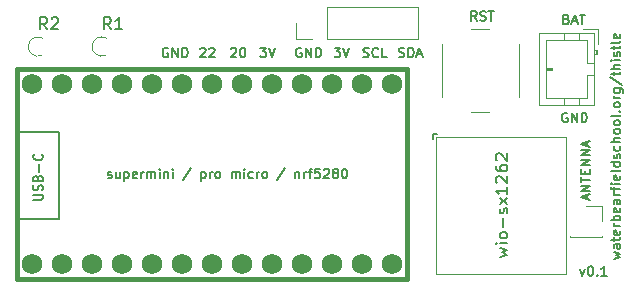
<source format=gbr>
%TF.GenerationSoftware,KiCad,Pcbnew,8.0.6-8.0.6-0~ubuntu24.04.1*%
%TF.CreationDate,2025-04-10T23:09:08-04:00*%
%TF.ProjectId,super-mini-mesh-kicad,73757065-722d-46d6-996e-692d6d657368,rev?*%
%TF.SameCoordinates,Original*%
%TF.FileFunction,Legend,Top*%
%TF.FilePolarity,Positive*%
%FSLAX46Y46*%
G04 Gerber Fmt 4.6, Leading zero omitted, Abs format (unit mm)*
G04 Created by KiCad (PCBNEW 8.0.6-8.0.6-0~ubuntu24.04.1) date 2025-04-10 23:09:08*
%MOMM*%
%LPD*%
G01*
G04 APERTURE LIST*
%ADD10C,0.150000*%
%ADD11C,0.120000*%
%ADD12C,0.381000*%
%ADD13C,0.200000*%
%ADD14C,0.127000*%
%ADD15C,1.752600*%
G04 APERTURE END LIST*
D10*
X106208207Y-33132390D02*
X106132017Y-33094295D01*
X106132017Y-33094295D02*
X106017731Y-33094295D01*
X106017731Y-33094295D02*
X105903445Y-33132390D01*
X105903445Y-33132390D02*
X105827255Y-33208580D01*
X105827255Y-33208580D02*
X105789160Y-33284771D01*
X105789160Y-33284771D02*
X105751064Y-33437152D01*
X105751064Y-33437152D02*
X105751064Y-33551438D01*
X105751064Y-33551438D02*
X105789160Y-33703819D01*
X105789160Y-33703819D02*
X105827255Y-33780009D01*
X105827255Y-33780009D02*
X105903445Y-33856200D01*
X105903445Y-33856200D02*
X106017731Y-33894295D01*
X106017731Y-33894295D02*
X106093922Y-33894295D01*
X106093922Y-33894295D02*
X106208207Y-33856200D01*
X106208207Y-33856200D02*
X106246303Y-33818104D01*
X106246303Y-33818104D02*
X106246303Y-33551438D01*
X106246303Y-33551438D02*
X106093922Y-33551438D01*
X106589160Y-33894295D02*
X106589160Y-33094295D01*
X106589160Y-33094295D02*
X107046303Y-33894295D01*
X107046303Y-33894295D02*
X107046303Y-33094295D01*
X107427255Y-33894295D02*
X107427255Y-33094295D01*
X107427255Y-33094295D02*
X107617731Y-33094295D01*
X107617731Y-33094295D02*
X107732017Y-33132390D01*
X107732017Y-33132390D02*
X107808207Y-33208580D01*
X107808207Y-33208580D02*
X107846302Y-33284771D01*
X107846302Y-33284771D02*
X107884398Y-33437152D01*
X107884398Y-33437152D02*
X107884398Y-33551438D01*
X107884398Y-33551438D02*
X107846302Y-33703819D01*
X107846302Y-33703819D02*
X107808207Y-33780009D01*
X107808207Y-33780009D02*
X107732017Y-33856200D01*
X107732017Y-33856200D02*
X107617731Y-33894295D01*
X107617731Y-33894295D02*
X107427255Y-33894295D01*
X88951064Y-28356200D02*
X89065350Y-28394295D01*
X89065350Y-28394295D02*
X89255826Y-28394295D01*
X89255826Y-28394295D02*
X89332017Y-28356200D01*
X89332017Y-28356200D02*
X89370112Y-28318104D01*
X89370112Y-28318104D02*
X89408207Y-28241914D01*
X89408207Y-28241914D02*
X89408207Y-28165723D01*
X89408207Y-28165723D02*
X89370112Y-28089533D01*
X89370112Y-28089533D02*
X89332017Y-28051438D01*
X89332017Y-28051438D02*
X89255826Y-28013342D01*
X89255826Y-28013342D02*
X89103445Y-27975247D01*
X89103445Y-27975247D02*
X89027255Y-27937152D01*
X89027255Y-27937152D02*
X88989160Y-27899057D01*
X88989160Y-27899057D02*
X88951064Y-27822866D01*
X88951064Y-27822866D02*
X88951064Y-27746676D01*
X88951064Y-27746676D02*
X88989160Y-27670485D01*
X88989160Y-27670485D02*
X89027255Y-27632390D01*
X89027255Y-27632390D02*
X89103445Y-27594295D01*
X89103445Y-27594295D02*
X89293922Y-27594295D01*
X89293922Y-27594295D02*
X89408207Y-27632390D01*
X90208208Y-28318104D02*
X90170112Y-28356200D01*
X90170112Y-28356200D02*
X90055827Y-28394295D01*
X90055827Y-28394295D02*
X89979636Y-28394295D01*
X89979636Y-28394295D02*
X89865350Y-28356200D01*
X89865350Y-28356200D02*
X89789160Y-28280009D01*
X89789160Y-28280009D02*
X89751065Y-28203819D01*
X89751065Y-28203819D02*
X89712969Y-28051438D01*
X89712969Y-28051438D02*
X89712969Y-27937152D01*
X89712969Y-27937152D02*
X89751065Y-27784771D01*
X89751065Y-27784771D02*
X89789160Y-27708580D01*
X89789160Y-27708580D02*
X89865350Y-27632390D01*
X89865350Y-27632390D02*
X89979636Y-27594295D01*
X89979636Y-27594295D02*
X90055827Y-27594295D01*
X90055827Y-27594295D02*
X90170112Y-27632390D01*
X90170112Y-27632390D02*
X90208208Y-27670485D01*
X90932017Y-28394295D02*
X90551065Y-28394295D01*
X90551065Y-28394295D02*
X90551065Y-27594295D01*
X80212969Y-27594295D02*
X80708207Y-27594295D01*
X80708207Y-27594295D02*
X80441541Y-27899057D01*
X80441541Y-27899057D02*
X80555826Y-27899057D01*
X80555826Y-27899057D02*
X80632017Y-27937152D01*
X80632017Y-27937152D02*
X80670112Y-27975247D01*
X80670112Y-27975247D02*
X80708207Y-28051438D01*
X80708207Y-28051438D02*
X80708207Y-28241914D01*
X80708207Y-28241914D02*
X80670112Y-28318104D01*
X80670112Y-28318104D02*
X80632017Y-28356200D01*
X80632017Y-28356200D02*
X80555826Y-28394295D01*
X80555826Y-28394295D02*
X80327255Y-28394295D01*
X80327255Y-28394295D02*
X80251064Y-28356200D01*
X80251064Y-28356200D02*
X80212969Y-28318104D01*
X80936779Y-27594295D02*
X81203446Y-28394295D01*
X81203446Y-28394295D02*
X81470112Y-27594295D01*
X91951064Y-28356200D02*
X92065350Y-28394295D01*
X92065350Y-28394295D02*
X92255826Y-28394295D01*
X92255826Y-28394295D02*
X92332017Y-28356200D01*
X92332017Y-28356200D02*
X92370112Y-28318104D01*
X92370112Y-28318104D02*
X92408207Y-28241914D01*
X92408207Y-28241914D02*
X92408207Y-28165723D01*
X92408207Y-28165723D02*
X92370112Y-28089533D01*
X92370112Y-28089533D02*
X92332017Y-28051438D01*
X92332017Y-28051438D02*
X92255826Y-28013342D01*
X92255826Y-28013342D02*
X92103445Y-27975247D01*
X92103445Y-27975247D02*
X92027255Y-27937152D01*
X92027255Y-27937152D02*
X91989160Y-27899057D01*
X91989160Y-27899057D02*
X91951064Y-27822866D01*
X91951064Y-27822866D02*
X91951064Y-27746676D01*
X91951064Y-27746676D02*
X91989160Y-27670485D01*
X91989160Y-27670485D02*
X92027255Y-27632390D01*
X92027255Y-27632390D02*
X92103445Y-27594295D01*
X92103445Y-27594295D02*
X92293922Y-27594295D01*
X92293922Y-27594295D02*
X92408207Y-27632390D01*
X92751065Y-28394295D02*
X92751065Y-27594295D01*
X92751065Y-27594295D02*
X92941541Y-27594295D01*
X92941541Y-27594295D02*
X93055827Y-27632390D01*
X93055827Y-27632390D02*
X93132017Y-27708580D01*
X93132017Y-27708580D02*
X93170112Y-27784771D01*
X93170112Y-27784771D02*
X93208208Y-27937152D01*
X93208208Y-27937152D02*
X93208208Y-28051438D01*
X93208208Y-28051438D02*
X93170112Y-28203819D01*
X93170112Y-28203819D02*
X93132017Y-28280009D01*
X93132017Y-28280009D02*
X93055827Y-28356200D01*
X93055827Y-28356200D02*
X92941541Y-28394295D01*
X92941541Y-28394295D02*
X92751065Y-28394295D01*
X93512969Y-28165723D02*
X93893922Y-28165723D01*
X93436779Y-28394295D02*
X93703446Y-27594295D01*
X93703446Y-27594295D02*
X93970112Y-28394295D01*
X98546303Y-25294295D02*
X98279636Y-24913342D01*
X98089160Y-25294295D02*
X98089160Y-24494295D01*
X98089160Y-24494295D02*
X98393922Y-24494295D01*
X98393922Y-24494295D02*
X98470112Y-24532390D01*
X98470112Y-24532390D02*
X98508207Y-24570485D01*
X98508207Y-24570485D02*
X98546303Y-24646676D01*
X98546303Y-24646676D02*
X98546303Y-24760961D01*
X98546303Y-24760961D02*
X98508207Y-24837152D01*
X98508207Y-24837152D02*
X98470112Y-24875247D01*
X98470112Y-24875247D02*
X98393922Y-24913342D01*
X98393922Y-24913342D02*
X98089160Y-24913342D01*
X98851064Y-25256200D02*
X98965350Y-25294295D01*
X98965350Y-25294295D02*
X99155826Y-25294295D01*
X99155826Y-25294295D02*
X99232017Y-25256200D01*
X99232017Y-25256200D02*
X99270112Y-25218104D01*
X99270112Y-25218104D02*
X99308207Y-25141914D01*
X99308207Y-25141914D02*
X99308207Y-25065723D01*
X99308207Y-25065723D02*
X99270112Y-24989533D01*
X99270112Y-24989533D02*
X99232017Y-24951438D01*
X99232017Y-24951438D02*
X99155826Y-24913342D01*
X99155826Y-24913342D02*
X99003445Y-24875247D01*
X99003445Y-24875247D02*
X98927255Y-24837152D01*
X98927255Y-24837152D02*
X98889160Y-24799057D01*
X98889160Y-24799057D02*
X98851064Y-24722866D01*
X98851064Y-24722866D02*
X98851064Y-24646676D01*
X98851064Y-24646676D02*
X98889160Y-24570485D01*
X98889160Y-24570485D02*
X98927255Y-24532390D01*
X98927255Y-24532390D02*
X99003445Y-24494295D01*
X99003445Y-24494295D02*
X99193922Y-24494295D01*
X99193922Y-24494295D02*
X99308207Y-24532390D01*
X99536779Y-24494295D02*
X99993922Y-24494295D01*
X99765350Y-25294295D02*
X99765350Y-24494295D01*
X110160961Y-45487030D02*
X110694295Y-45334649D01*
X110694295Y-45334649D02*
X110313342Y-45182268D01*
X110313342Y-45182268D02*
X110694295Y-45029887D01*
X110694295Y-45029887D02*
X110160961Y-44877506D01*
X110694295Y-44229887D02*
X110275247Y-44229887D01*
X110275247Y-44229887D02*
X110199057Y-44267982D01*
X110199057Y-44267982D02*
X110160961Y-44344173D01*
X110160961Y-44344173D02*
X110160961Y-44496554D01*
X110160961Y-44496554D02*
X110199057Y-44572744D01*
X110656200Y-44229887D02*
X110694295Y-44306078D01*
X110694295Y-44306078D02*
X110694295Y-44496554D01*
X110694295Y-44496554D02*
X110656200Y-44572744D01*
X110656200Y-44572744D02*
X110580009Y-44610840D01*
X110580009Y-44610840D02*
X110503819Y-44610840D01*
X110503819Y-44610840D02*
X110427628Y-44572744D01*
X110427628Y-44572744D02*
X110389533Y-44496554D01*
X110389533Y-44496554D02*
X110389533Y-44306078D01*
X110389533Y-44306078D02*
X110351438Y-44229887D01*
X110160961Y-43963220D02*
X110160961Y-43658458D01*
X109894295Y-43848934D02*
X110580009Y-43848934D01*
X110580009Y-43848934D02*
X110656200Y-43810839D01*
X110656200Y-43810839D02*
X110694295Y-43734649D01*
X110694295Y-43734649D02*
X110694295Y-43658458D01*
X110656200Y-43087029D02*
X110694295Y-43163220D01*
X110694295Y-43163220D02*
X110694295Y-43315601D01*
X110694295Y-43315601D02*
X110656200Y-43391791D01*
X110656200Y-43391791D02*
X110580009Y-43429887D01*
X110580009Y-43429887D02*
X110275247Y-43429887D01*
X110275247Y-43429887D02*
X110199057Y-43391791D01*
X110199057Y-43391791D02*
X110160961Y-43315601D01*
X110160961Y-43315601D02*
X110160961Y-43163220D01*
X110160961Y-43163220D02*
X110199057Y-43087029D01*
X110199057Y-43087029D02*
X110275247Y-43048934D01*
X110275247Y-43048934D02*
X110351438Y-43048934D01*
X110351438Y-43048934D02*
X110427628Y-43429887D01*
X110694295Y-42706077D02*
X110160961Y-42706077D01*
X110313342Y-42706077D02*
X110237152Y-42667982D01*
X110237152Y-42667982D02*
X110199057Y-42629887D01*
X110199057Y-42629887D02*
X110160961Y-42553696D01*
X110160961Y-42553696D02*
X110160961Y-42477506D01*
X110694295Y-42210839D02*
X109894295Y-42210839D01*
X110199057Y-42210839D02*
X110160961Y-42134649D01*
X110160961Y-42134649D02*
X110160961Y-41982268D01*
X110160961Y-41982268D02*
X110199057Y-41906077D01*
X110199057Y-41906077D02*
X110237152Y-41867982D01*
X110237152Y-41867982D02*
X110313342Y-41829887D01*
X110313342Y-41829887D02*
X110541914Y-41829887D01*
X110541914Y-41829887D02*
X110618104Y-41867982D01*
X110618104Y-41867982D02*
X110656200Y-41906077D01*
X110656200Y-41906077D02*
X110694295Y-41982268D01*
X110694295Y-41982268D02*
X110694295Y-42134649D01*
X110694295Y-42134649D02*
X110656200Y-42210839D01*
X110656200Y-41182267D02*
X110694295Y-41258458D01*
X110694295Y-41258458D02*
X110694295Y-41410839D01*
X110694295Y-41410839D02*
X110656200Y-41487029D01*
X110656200Y-41487029D02*
X110580009Y-41525125D01*
X110580009Y-41525125D02*
X110275247Y-41525125D01*
X110275247Y-41525125D02*
X110199057Y-41487029D01*
X110199057Y-41487029D02*
X110160961Y-41410839D01*
X110160961Y-41410839D02*
X110160961Y-41258458D01*
X110160961Y-41258458D02*
X110199057Y-41182267D01*
X110199057Y-41182267D02*
X110275247Y-41144172D01*
X110275247Y-41144172D02*
X110351438Y-41144172D01*
X110351438Y-41144172D02*
X110427628Y-41525125D01*
X110694295Y-40458458D02*
X110275247Y-40458458D01*
X110275247Y-40458458D02*
X110199057Y-40496553D01*
X110199057Y-40496553D02*
X110160961Y-40572744D01*
X110160961Y-40572744D02*
X110160961Y-40725125D01*
X110160961Y-40725125D02*
X110199057Y-40801315D01*
X110656200Y-40458458D02*
X110694295Y-40534649D01*
X110694295Y-40534649D02*
X110694295Y-40725125D01*
X110694295Y-40725125D02*
X110656200Y-40801315D01*
X110656200Y-40801315D02*
X110580009Y-40839411D01*
X110580009Y-40839411D02*
X110503819Y-40839411D01*
X110503819Y-40839411D02*
X110427628Y-40801315D01*
X110427628Y-40801315D02*
X110389533Y-40725125D01*
X110389533Y-40725125D02*
X110389533Y-40534649D01*
X110389533Y-40534649D02*
X110351438Y-40458458D01*
X110694295Y-40077505D02*
X110160961Y-40077505D01*
X110313342Y-40077505D02*
X110237152Y-40039410D01*
X110237152Y-40039410D02*
X110199057Y-40001315D01*
X110199057Y-40001315D02*
X110160961Y-39925124D01*
X110160961Y-39925124D02*
X110160961Y-39848934D01*
X110160961Y-39696553D02*
X110160961Y-39391791D01*
X110694295Y-39582267D02*
X110008580Y-39582267D01*
X110008580Y-39582267D02*
X109932390Y-39544172D01*
X109932390Y-39544172D02*
X109894295Y-39467982D01*
X109894295Y-39467982D02*
X109894295Y-39391791D01*
X110694295Y-39125124D02*
X110160961Y-39125124D01*
X109894295Y-39125124D02*
X109932390Y-39163220D01*
X109932390Y-39163220D02*
X109970485Y-39125124D01*
X109970485Y-39125124D02*
X109932390Y-39087029D01*
X109932390Y-39087029D02*
X109894295Y-39125124D01*
X109894295Y-39125124D02*
X109970485Y-39125124D01*
X110656200Y-38439410D02*
X110694295Y-38515601D01*
X110694295Y-38515601D02*
X110694295Y-38667982D01*
X110694295Y-38667982D02*
X110656200Y-38744172D01*
X110656200Y-38744172D02*
X110580009Y-38782268D01*
X110580009Y-38782268D02*
X110275247Y-38782268D01*
X110275247Y-38782268D02*
X110199057Y-38744172D01*
X110199057Y-38744172D02*
X110160961Y-38667982D01*
X110160961Y-38667982D02*
X110160961Y-38515601D01*
X110160961Y-38515601D02*
X110199057Y-38439410D01*
X110199057Y-38439410D02*
X110275247Y-38401315D01*
X110275247Y-38401315D02*
X110351438Y-38401315D01*
X110351438Y-38401315D02*
X110427628Y-38782268D01*
X110694295Y-37944173D02*
X110656200Y-38020363D01*
X110656200Y-38020363D02*
X110580009Y-38058458D01*
X110580009Y-38058458D02*
X109894295Y-38058458D01*
X110694295Y-37296553D02*
X109894295Y-37296553D01*
X110656200Y-37296553D02*
X110694295Y-37372744D01*
X110694295Y-37372744D02*
X110694295Y-37525125D01*
X110694295Y-37525125D02*
X110656200Y-37601315D01*
X110656200Y-37601315D02*
X110618104Y-37639410D01*
X110618104Y-37639410D02*
X110541914Y-37677506D01*
X110541914Y-37677506D02*
X110313342Y-37677506D01*
X110313342Y-37677506D02*
X110237152Y-37639410D01*
X110237152Y-37639410D02*
X110199057Y-37601315D01*
X110199057Y-37601315D02*
X110160961Y-37525125D01*
X110160961Y-37525125D02*
X110160961Y-37372744D01*
X110160961Y-37372744D02*
X110199057Y-37296553D01*
X110656200Y-36953696D02*
X110694295Y-36877505D01*
X110694295Y-36877505D02*
X110694295Y-36725124D01*
X110694295Y-36725124D02*
X110656200Y-36648934D01*
X110656200Y-36648934D02*
X110580009Y-36610838D01*
X110580009Y-36610838D02*
X110541914Y-36610838D01*
X110541914Y-36610838D02*
X110465723Y-36648934D01*
X110465723Y-36648934D02*
X110427628Y-36725124D01*
X110427628Y-36725124D02*
X110427628Y-36839410D01*
X110427628Y-36839410D02*
X110389533Y-36915600D01*
X110389533Y-36915600D02*
X110313342Y-36953696D01*
X110313342Y-36953696D02*
X110275247Y-36953696D01*
X110275247Y-36953696D02*
X110199057Y-36915600D01*
X110199057Y-36915600D02*
X110160961Y-36839410D01*
X110160961Y-36839410D02*
X110160961Y-36725124D01*
X110160961Y-36725124D02*
X110199057Y-36648934D01*
X110656200Y-35925124D02*
X110694295Y-36001315D01*
X110694295Y-36001315D02*
X110694295Y-36153696D01*
X110694295Y-36153696D02*
X110656200Y-36229886D01*
X110656200Y-36229886D02*
X110618104Y-36267981D01*
X110618104Y-36267981D02*
X110541914Y-36306077D01*
X110541914Y-36306077D02*
X110313342Y-36306077D01*
X110313342Y-36306077D02*
X110237152Y-36267981D01*
X110237152Y-36267981D02*
X110199057Y-36229886D01*
X110199057Y-36229886D02*
X110160961Y-36153696D01*
X110160961Y-36153696D02*
X110160961Y-36001315D01*
X110160961Y-36001315D02*
X110199057Y-35925124D01*
X110694295Y-35582267D02*
X109894295Y-35582267D01*
X110694295Y-35239410D02*
X110275247Y-35239410D01*
X110275247Y-35239410D02*
X110199057Y-35277505D01*
X110199057Y-35277505D02*
X110160961Y-35353696D01*
X110160961Y-35353696D02*
X110160961Y-35467982D01*
X110160961Y-35467982D02*
X110199057Y-35544172D01*
X110199057Y-35544172D02*
X110237152Y-35582267D01*
X110694295Y-34744172D02*
X110656200Y-34820362D01*
X110656200Y-34820362D02*
X110618104Y-34858457D01*
X110618104Y-34858457D02*
X110541914Y-34896553D01*
X110541914Y-34896553D02*
X110313342Y-34896553D01*
X110313342Y-34896553D02*
X110237152Y-34858457D01*
X110237152Y-34858457D02*
X110199057Y-34820362D01*
X110199057Y-34820362D02*
X110160961Y-34744172D01*
X110160961Y-34744172D02*
X110160961Y-34629886D01*
X110160961Y-34629886D02*
X110199057Y-34553695D01*
X110199057Y-34553695D02*
X110237152Y-34515600D01*
X110237152Y-34515600D02*
X110313342Y-34477505D01*
X110313342Y-34477505D02*
X110541914Y-34477505D01*
X110541914Y-34477505D02*
X110618104Y-34515600D01*
X110618104Y-34515600D02*
X110656200Y-34553695D01*
X110656200Y-34553695D02*
X110694295Y-34629886D01*
X110694295Y-34629886D02*
X110694295Y-34744172D01*
X110694295Y-34020362D02*
X110656200Y-34096552D01*
X110656200Y-34096552D02*
X110618104Y-34134647D01*
X110618104Y-34134647D02*
X110541914Y-34172743D01*
X110541914Y-34172743D02*
X110313342Y-34172743D01*
X110313342Y-34172743D02*
X110237152Y-34134647D01*
X110237152Y-34134647D02*
X110199057Y-34096552D01*
X110199057Y-34096552D02*
X110160961Y-34020362D01*
X110160961Y-34020362D02*
X110160961Y-33906076D01*
X110160961Y-33906076D02*
X110199057Y-33829885D01*
X110199057Y-33829885D02*
X110237152Y-33791790D01*
X110237152Y-33791790D02*
X110313342Y-33753695D01*
X110313342Y-33753695D02*
X110541914Y-33753695D01*
X110541914Y-33753695D02*
X110618104Y-33791790D01*
X110618104Y-33791790D02*
X110656200Y-33829885D01*
X110656200Y-33829885D02*
X110694295Y-33906076D01*
X110694295Y-33906076D02*
X110694295Y-34020362D01*
X110694295Y-33296552D02*
X110656200Y-33372742D01*
X110656200Y-33372742D02*
X110580009Y-33410837D01*
X110580009Y-33410837D02*
X109894295Y-33410837D01*
X110618104Y-32991789D02*
X110656200Y-32953694D01*
X110656200Y-32953694D02*
X110694295Y-32991789D01*
X110694295Y-32991789D02*
X110656200Y-33029885D01*
X110656200Y-33029885D02*
X110618104Y-32991789D01*
X110618104Y-32991789D02*
X110694295Y-32991789D01*
X110694295Y-32496552D02*
X110656200Y-32572742D01*
X110656200Y-32572742D02*
X110618104Y-32610837D01*
X110618104Y-32610837D02*
X110541914Y-32648933D01*
X110541914Y-32648933D02*
X110313342Y-32648933D01*
X110313342Y-32648933D02*
X110237152Y-32610837D01*
X110237152Y-32610837D02*
X110199057Y-32572742D01*
X110199057Y-32572742D02*
X110160961Y-32496552D01*
X110160961Y-32496552D02*
X110160961Y-32382266D01*
X110160961Y-32382266D02*
X110199057Y-32306075D01*
X110199057Y-32306075D02*
X110237152Y-32267980D01*
X110237152Y-32267980D02*
X110313342Y-32229885D01*
X110313342Y-32229885D02*
X110541914Y-32229885D01*
X110541914Y-32229885D02*
X110618104Y-32267980D01*
X110618104Y-32267980D02*
X110656200Y-32306075D01*
X110656200Y-32306075D02*
X110694295Y-32382266D01*
X110694295Y-32382266D02*
X110694295Y-32496552D01*
X110694295Y-31887027D02*
X110160961Y-31887027D01*
X110313342Y-31887027D02*
X110237152Y-31848932D01*
X110237152Y-31848932D02*
X110199057Y-31810837D01*
X110199057Y-31810837D02*
X110160961Y-31734646D01*
X110160961Y-31734646D02*
X110160961Y-31658456D01*
X110160961Y-31048932D02*
X110808580Y-31048932D01*
X110808580Y-31048932D02*
X110884771Y-31087027D01*
X110884771Y-31087027D02*
X110922866Y-31125123D01*
X110922866Y-31125123D02*
X110960961Y-31201313D01*
X110960961Y-31201313D02*
X110960961Y-31315599D01*
X110960961Y-31315599D02*
X110922866Y-31391789D01*
X110656200Y-31048932D02*
X110694295Y-31125123D01*
X110694295Y-31125123D02*
X110694295Y-31277504D01*
X110694295Y-31277504D02*
X110656200Y-31353694D01*
X110656200Y-31353694D02*
X110618104Y-31391789D01*
X110618104Y-31391789D02*
X110541914Y-31429885D01*
X110541914Y-31429885D02*
X110313342Y-31429885D01*
X110313342Y-31429885D02*
X110237152Y-31391789D01*
X110237152Y-31391789D02*
X110199057Y-31353694D01*
X110199057Y-31353694D02*
X110160961Y-31277504D01*
X110160961Y-31277504D02*
X110160961Y-31125123D01*
X110160961Y-31125123D02*
X110199057Y-31048932D01*
X109856200Y-30096551D02*
X110884771Y-30782265D01*
X110160961Y-29944170D02*
X110160961Y-29639408D01*
X109894295Y-29829884D02*
X110580009Y-29829884D01*
X110580009Y-29829884D02*
X110656200Y-29791789D01*
X110656200Y-29791789D02*
X110694295Y-29715599D01*
X110694295Y-29715599D02*
X110694295Y-29639408D01*
X110694295Y-29372741D02*
X109894295Y-29372741D01*
X110694295Y-29029884D02*
X110275247Y-29029884D01*
X110275247Y-29029884D02*
X110199057Y-29067979D01*
X110199057Y-29067979D02*
X110160961Y-29144170D01*
X110160961Y-29144170D02*
X110160961Y-29258456D01*
X110160961Y-29258456D02*
X110199057Y-29334646D01*
X110199057Y-29334646D02*
X110237152Y-29372741D01*
X110694295Y-28648931D02*
X110160961Y-28648931D01*
X109894295Y-28648931D02*
X109932390Y-28687027D01*
X109932390Y-28687027D02*
X109970485Y-28648931D01*
X109970485Y-28648931D02*
X109932390Y-28610836D01*
X109932390Y-28610836D02*
X109894295Y-28648931D01*
X109894295Y-28648931D02*
X109970485Y-28648931D01*
X110656200Y-28306075D02*
X110694295Y-28229884D01*
X110694295Y-28229884D02*
X110694295Y-28077503D01*
X110694295Y-28077503D02*
X110656200Y-28001313D01*
X110656200Y-28001313D02*
X110580009Y-27963217D01*
X110580009Y-27963217D02*
X110541914Y-27963217D01*
X110541914Y-27963217D02*
X110465723Y-28001313D01*
X110465723Y-28001313D02*
X110427628Y-28077503D01*
X110427628Y-28077503D02*
X110427628Y-28191789D01*
X110427628Y-28191789D02*
X110389533Y-28267979D01*
X110389533Y-28267979D02*
X110313342Y-28306075D01*
X110313342Y-28306075D02*
X110275247Y-28306075D01*
X110275247Y-28306075D02*
X110199057Y-28267979D01*
X110199057Y-28267979D02*
X110160961Y-28191789D01*
X110160961Y-28191789D02*
X110160961Y-28077503D01*
X110160961Y-28077503D02*
X110199057Y-28001313D01*
X110160961Y-27734646D02*
X110160961Y-27429884D01*
X109894295Y-27620360D02*
X110580009Y-27620360D01*
X110580009Y-27620360D02*
X110656200Y-27582265D01*
X110656200Y-27582265D02*
X110694295Y-27506075D01*
X110694295Y-27506075D02*
X110694295Y-27429884D01*
X110694295Y-27048932D02*
X110656200Y-27125122D01*
X110656200Y-27125122D02*
X110580009Y-27163217D01*
X110580009Y-27163217D02*
X109894295Y-27163217D01*
X110656200Y-26439407D02*
X110694295Y-26515598D01*
X110694295Y-26515598D02*
X110694295Y-26667979D01*
X110694295Y-26667979D02*
X110656200Y-26744169D01*
X110656200Y-26744169D02*
X110580009Y-26782265D01*
X110580009Y-26782265D02*
X110275247Y-26782265D01*
X110275247Y-26782265D02*
X110199057Y-26744169D01*
X110199057Y-26744169D02*
X110160961Y-26667979D01*
X110160961Y-26667979D02*
X110160961Y-26515598D01*
X110160961Y-26515598D02*
X110199057Y-26439407D01*
X110199057Y-26439407D02*
X110275247Y-26401312D01*
X110275247Y-26401312D02*
X110351438Y-26401312D01*
X110351438Y-26401312D02*
X110427628Y-26782265D01*
X106155826Y-25175247D02*
X106270112Y-25213342D01*
X106270112Y-25213342D02*
X106308207Y-25251438D01*
X106308207Y-25251438D02*
X106346303Y-25327628D01*
X106346303Y-25327628D02*
X106346303Y-25441914D01*
X106346303Y-25441914D02*
X106308207Y-25518104D01*
X106308207Y-25518104D02*
X106270112Y-25556200D01*
X106270112Y-25556200D02*
X106193922Y-25594295D01*
X106193922Y-25594295D02*
X105889160Y-25594295D01*
X105889160Y-25594295D02*
X105889160Y-24794295D01*
X105889160Y-24794295D02*
X106155826Y-24794295D01*
X106155826Y-24794295D02*
X106232017Y-24832390D01*
X106232017Y-24832390D02*
X106270112Y-24870485D01*
X106270112Y-24870485D02*
X106308207Y-24946676D01*
X106308207Y-24946676D02*
X106308207Y-25022866D01*
X106308207Y-25022866D02*
X106270112Y-25099057D01*
X106270112Y-25099057D02*
X106232017Y-25137152D01*
X106232017Y-25137152D02*
X106155826Y-25175247D01*
X106155826Y-25175247D02*
X105889160Y-25175247D01*
X106651064Y-25365723D02*
X107032017Y-25365723D01*
X106574874Y-25594295D02*
X106841541Y-24794295D01*
X106841541Y-24794295D02*
X107108207Y-25594295D01*
X107260588Y-24794295D02*
X107717731Y-24794295D01*
X107489159Y-25594295D02*
X107489159Y-24794295D01*
X75151064Y-27670485D02*
X75189160Y-27632390D01*
X75189160Y-27632390D02*
X75265350Y-27594295D01*
X75265350Y-27594295D02*
X75455826Y-27594295D01*
X75455826Y-27594295D02*
X75532017Y-27632390D01*
X75532017Y-27632390D02*
X75570112Y-27670485D01*
X75570112Y-27670485D02*
X75608207Y-27746676D01*
X75608207Y-27746676D02*
X75608207Y-27822866D01*
X75608207Y-27822866D02*
X75570112Y-27937152D01*
X75570112Y-27937152D02*
X75112969Y-28394295D01*
X75112969Y-28394295D02*
X75608207Y-28394295D01*
X75912969Y-27670485D02*
X75951065Y-27632390D01*
X75951065Y-27632390D02*
X76027255Y-27594295D01*
X76027255Y-27594295D02*
X76217731Y-27594295D01*
X76217731Y-27594295D02*
X76293922Y-27632390D01*
X76293922Y-27632390D02*
X76332017Y-27670485D01*
X76332017Y-27670485D02*
X76370112Y-27746676D01*
X76370112Y-27746676D02*
X76370112Y-27822866D01*
X76370112Y-27822866D02*
X76332017Y-27937152D01*
X76332017Y-27937152D02*
X75874874Y-28394295D01*
X75874874Y-28394295D02*
X76370112Y-28394295D01*
X72408207Y-27632390D02*
X72332017Y-27594295D01*
X72332017Y-27594295D02*
X72217731Y-27594295D01*
X72217731Y-27594295D02*
X72103445Y-27632390D01*
X72103445Y-27632390D02*
X72027255Y-27708580D01*
X72027255Y-27708580D02*
X71989160Y-27784771D01*
X71989160Y-27784771D02*
X71951064Y-27937152D01*
X71951064Y-27937152D02*
X71951064Y-28051438D01*
X71951064Y-28051438D02*
X71989160Y-28203819D01*
X71989160Y-28203819D02*
X72027255Y-28280009D01*
X72027255Y-28280009D02*
X72103445Y-28356200D01*
X72103445Y-28356200D02*
X72217731Y-28394295D01*
X72217731Y-28394295D02*
X72293922Y-28394295D01*
X72293922Y-28394295D02*
X72408207Y-28356200D01*
X72408207Y-28356200D02*
X72446303Y-28318104D01*
X72446303Y-28318104D02*
X72446303Y-28051438D01*
X72446303Y-28051438D02*
X72293922Y-28051438D01*
X72789160Y-28394295D02*
X72789160Y-27594295D01*
X72789160Y-27594295D02*
X73246303Y-28394295D01*
X73246303Y-28394295D02*
X73246303Y-27594295D01*
X73627255Y-28394295D02*
X73627255Y-27594295D01*
X73627255Y-27594295D02*
X73817731Y-27594295D01*
X73817731Y-27594295D02*
X73932017Y-27632390D01*
X73932017Y-27632390D02*
X74008207Y-27708580D01*
X74008207Y-27708580D02*
X74046302Y-27784771D01*
X74046302Y-27784771D02*
X74084398Y-27937152D01*
X74084398Y-27937152D02*
X74084398Y-28051438D01*
X74084398Y-28051438D02*
X74046302Y-28203819D01*
X74046302Y-28203819D02*
X74008207Y-28280009D01*
X74008207Y-28280009D02*
X73932017Y-28356200D01*
X73932017Y-28356200D02*
X73817731Y-28394295D01*
X73817731Y-28394295D02*
X73627255Y-28394295D01*
X77751064Y-27670485D02*
X77789160Y-27632390D01*
X77789160Y-27632390D02*
X77865350Y-27594295D01*
X77865350Y-27594295D02*
X78055826Y-27594295D01*
X78055826Y-27594295D02*
X78132017Y-27632390D01*
X78132017Y-27632390D02*
X78170112Y-27670485D01*
X78170112Y-27670485D02*
X78208207Y-27746676D01*
X78208207Y-27746676D02*
X78208207Y-27822866D01*
X78208207Y-27822866D02*
X78170112Y-27937152D01*
X78170112Y-27937152D02*
X77712969Y-28394295D01*
X77712969Y-28394295D02*
X78208207Y-28394295D01*
X78703446Y-27594295D02*
X78779636Y-27594295D01*
X78779636Y-27594295D02*
X78855827Y-27632390D01*
X78855827Y-27632390D02*
X78893922Y-27670485D01*
X78893922Y-27670485D02*
X78932017Y-27746676D01*
X78932017Y-27746676D02*
X78970112Y-27899057D01*
X78970112Y-27899057D02*
X78970112Y-28089533D01*
X78970112Y-28089533D02*
X78932017Y-28241914D01*
X78932017Y-28241914D02*
X78893922Y-28318104D01*
X78893922Y-28318104D02*
X78855827Y-28356200D01*
X78855827Y-28356200D02*
X78779636Y-28394295D01*
X78779636Y-28394295D02*
X78703446Y-28394295D01*
X78703446Y-28394295D02*
X78627255Y-28356200D01*
X78627255Y-28356200D02*
X78589160Y-28318104D01*
X78589160Y-28318104D02*
X78551065Y-28241914D01*
X78551065Y-28241914D02*
X78512969Y-28089533D01*
X78512969Y-28089533D02*
X78512969Y-27899057D01*
X78512969Y-27899057D02*
X78551065Y-27746676D01*
X78551065Y-27746676D02*
X78589160Y-27670485D01*
X78589160Y-27670485D02*
X78627255Y-27632390D01*
X78627255Y-27632390D02*
X78703446Y-27594295D01*
X107915723Y-40448935D02*
X107915723Y-40067982D01*
X108144295Y-40525125D02*
X107344295Y-40258458D01*
X107344295Y-40258458D02*
X108144295Y-39991792D01*
X108144295Y-39725125D02*
X107344295Y-39725125D01*
X107344295Y-39725125D02*
X108144295Y-39267982D01*
X108144295Y-39267982D02*
X107344295Y-39267982D01*
X107344295Y-39001316D02*
X107344295Y-38544173D01*
X108144295Y-38772745D02*
X107344295Y-38772745D01*
X107725247Y-38277506D02*
X107725247Y-38010840D01*
X108144295Y-37896554D02*
X108144295Y-38277506D01*
X108144295Y-38277506D02*
X107344295Y-38277506D01*
X107344295Y-38277506D02*
X107344295Y-37896554D01*
X108144295Y-37553696D02*
X107344295Y-37553696D01*
X107344295Y-37553696D02*
X108144295Y-37096553D01*
X108144295Y-37096553D02*
X107344295Y-37096553D01*
X108144295Y-36715601D02*
X107344295Y-36715601D01*
X107344295Y-36715601D02*
X108144295Y-36258458D01*
X108144295Y-36258458D02*
X107344295Y-36258458D01*
X107915723Y-35915602D02*
X107915723Y-35534649D01*
X108144295Y-35991792D02*
X107344295Y-35725125D01*
X107344295Y-35725125D02*
X108144295Y-35458459D01*
X86512969Y-27594295D02*
X87008207Y-27594295D01*
X87008207Y-27594295D02*
X86741541Y-27899057D01*
X86741541Y-27899057D02*
X86855826Y-27899057D01*
X86855826Y-27899057D02*
X86932017Y-27937152D01*
X86932017Y-27937152D02*
X86970112Y-27975247D01*
X86970112Y-27975247D02*
X87008207Y-28051438D01*
X87008207Y-28051438D02*
X87008207Y-28241914D01*
X87008207Y-28241914D02*
X86970112Y-28318104D01*
X86970112Y-28318104D02*
X86932017Y-28356200D01*
X86932017Y-28356200D02*
X86855826Y-28394295D01*
X86855826Y-28394295D02*
X86627255Y-28394295D01*
X86627255Y-28394295D02*
X86551064Y-28356200D01*
X86551064Y-28356200D02*
X86512969Y-28318104D01*
X87236779Y-27594295D02*
X87503446Y-28394295D01*
X87503446Y-28394295D02*
X87770112Y-27594295D01*
X83708207Y-27632390D02*
X83632017Y-27594295D01*
X83632017Y-27594295D02*
X83517731Y-27594295D01*
X83517731Y-27594295D02*
X83403445Y-27632390D01*
X83403445Y-27632390D02*
X83327255Y-27708580D01*
X83327255Y-27708580D02*
X83289160Y-27784771D01*
X83289160Y-27784771D02*
X83251064Y-27937152D01*
X83251064Y-27937152D02*
X83251064Y-28051438D01*
X83251064Y-28051438D02*
X83289160Y-28203819D01*
X83289160Y-28203819D02*
X83327255Y-28280009D01*
X83327255Y-28280009D02*
X83403445Y-28356200D01*
X83403445Y-28356200D02*
X83517731Y-28394295D01*
X83517731Y-28394295D02*
X83593922Y-28394295D01*
X83593922Y-28394295D02*
X83708207Y-28356200D01*
X83708207Y-28356200D02*
X83746303Y-28318104D01*
X83746303Y-28318104D02*
X83746303Y-28051438D01*
X83746303Y-28051438D02*
X83593922Y-28051438D01*
X84089160Y-28394295D02*
X84089160Y-27594295D01*
X84089160Y-27594295D02*
X84546303Y-28394295D01*
X84546303Y-28394295D02*
X84546303Y-27594295D01*
X84927255Y-28394295D02*
X84927255Y-27594295D01*
X84927255Y-27594295D02*
X85117731Y-27594295D01*
X85117731Y-27594295D02*
X85232017Y-27632390D01*
X85232017Y-27632390D02*
X85308207Y-27708580D01*
X85308207Y-27708580D02*
X85346302Y-27784771D01*
X85346302Y-27784771D02*
X85384398Y-27937152D01*
X85384398Y-27937152D02*
X85384398Y-28051438D01*
X85384398Y-28051438D02*
X85346302Y-28203819D01*
X85346302Y-28203819D02*
X85308207Y-28280009D01*
X85308207Y-28280009D02*
X85232017Y-28356200D01*
X85232017Y-28356200D02*
X85117731Y-28394295D01*
X85117731Y-28394295D02*
X84927255Y-28394295D01*
X107312969Y-46360961D02*
X107503445Y-46894295D01*
X107503445Y-46894295D02*
X107693922Y-46360961D01*
X108151065Y-46094295D02*
X108227255Y-46094295D01*
X108227255Y-46094295D02*
X108303446Y-46132390D01*
X108303446Y-46132390D02*
X108341541Y-46170485D01*
X108341541Y-46170485D02*
X108379636Y-46246676D01*
X108379636Y-46246676D02*
X108417731Y-46399057D01*
X108417731Y-46399057D02*
X108417731Y-46589533D01*
X108417731Y-46589533D02*
X108379636Y-46741914D01*
X108379636Y-46741914D02*
X108341541Y-46818104D01*
X108341541Y-46818104D02*
X108303446Y-46856200D01*
X108303446Y-46856200D02*
X108227255Y-46894295D01*
X108227255Y-46894295D02*
X108151065Y-46894295D01*
X108151065Y-46894295D02*
X108074874Y-46856200D01*
X108074874Y-46856200D02*
X108036779Y-46818104D01*
X108036779Y-46818104D02*
X107998684Y-46741914D01*
X107998684Y-46741914D02*
X107960588Y-46589533D01*
X107960588Y-46589533D02*
X107960588Y-46399057D01*
X107960588Y-46399057D02*
X107998684Y-46246676D01*
X107998684Y-46246676D02*
X108036779Y-46170485D01*
X108036779Y-46170485D02*
X108074874Y-46132390D01*
X108074874Y-46132390D02*
X108151065Y-46094295D01*
X108760589Y-46818104D02*
X108798684Y-46856200D01*
X108798684Y-46856200D02*
X108760589Y-46894295D01*
X108760589Y-46894295D02*
X108722493Y-46856200D01*
X108722493Y-46856200D02*
X108760589Y-46818104D01*
X108760589Y-46818104D02*
X108760589Y-46894295D01*
X109560588Y-46894295D02*
X109103445Y-46894295D01*
X109332017Y-46894295D02*
X109332017Y-46094295D01*
X109332017Y-46094295D02*
X109255826Y-46208580D01*
X109255826Y-46208580D02*
X109179636Y-46284771D01*
X109179636Y-46284771D02*
X109103445Y-46322866D01*
X67316664Y-38604200D02*
X67392855Y-38642295D01*
X67392855Y-38642295D02*
X67545236Y-38642295D01*
X67545236Y-38642295D02*
X67621426Y-38604200D01*
X67621426Y-38604200D02*
X67659522Y-38528009D01*
X67659522Y-38528009D02*
X67659522Y-38489914D01*
X67659522Y-38489914D02*
X67621426Y-38413723D01*
X67621426Y-38413723D02*
X67545236Y-38375628D01*
X67545236Y-38375628D02*
X67430950Y-38375628D01*
X67430950Y-38375628D02*
X67354760Y-38337533D01*
X67354760Y-38337533D02*
X67316664Y-38261342D01*
X67316664Y-38261342D02*
X67316664Y-38223247D01*
X67316664Y-38223247D02*
X67354760Y-38147057D01*
X67354760Y-38147057D02*
X67430950Y-38108961D01*
X67430950Y-38108961D02*
X67545236Y-38108961D01*
X67545236Y-38108961D02*
X67621426Y-38147057D01*
X68345236Y-38108961D02*
X68345236Y-38642295D01*
X68002379Y-38108961D02*
X68002379Y-38528009D01*
X68002379Y-38528009D02*
X68040474Y-38604200D01*
X68040474Y-38604200D02*
X68116664Y-38642295D01*
X68116664Y-38642295D02*
X68230950Y-38642295D01*
X68230950Y-38642295D02*
X68307141Y-38604200D01*
X68307141Y-38604200D02*
X68345236Y-38566104D01*
X68726189Y-38108961D02*
X68726189Y-38908961D01*
X68726189Y-38147057D02*
X68802379Y-38108961D01*
X68802379Y-38108961D02*
X68954760Y-38108961D01*
X68954760Y-38108961D02*
X69030951Y-38147057D01*
X69030951Y-38147057D02*
X69069046Y-38185152D01*
X69069046Y-38185152D02*
X69107141Y-38261342D01*
X69107141Y-38261342D02*
X69107141Y-38489914D01*
X69107141Y-38489914D02*
X69069046Y-38566104D01*
X69069046Y-38566104D02*
X69030951Y-38604200D01*
X69030951Y-38604200D02*
X68954760Y-38642295D01*
X68954760Y-38642295D02*
X68802379Y-38642295D01*
X68802379Y-38642295D02*
X68726189Y-38604200D01*
X69754761Y-38604200D02*
X69678570Y-38642295D01*
X69678570Y-38642295D02*
X69526189Y-38642295D01*
X69526189Y-38642295D02*
X69449999Y-38604200D01*
X69449999Y-38604200D02*
X69411903Y-38528009D01*
X69411903Y-38528009D02*
X69411903Y-38223247D01*
X69411903Y-38223247D02*
X69449999Y-38147057D01*
X69449999Y-38147057D02*
X69526189Y-38108961D01*
X69526189Y-38108961D02*
X69678570Y-38108961D01*
X69678570Y-38108961D02*
X69754761Y-38147057D01*
X69754761Y-38147057D02*
X69792856Y-38223247D01*
X69792856Y-38223247D02*
X69792856Y-38299438D01*
X69792856Y-38299438D02*
X69411903Y-38375628D01*
X70135713Y-38642295D02*
X70135713Y-38108961D01*
X70135713Y-38261342D02*
X70173808Y-38185152D01*
X70173808Y-38185152D02*
X70211903Y-38147057D01*
X70211903Y-38147057D02*
X70288094Y-38108961D01*
X70288094Y-38108961D02*
X70364284Y-38108961D01*
X70630951Y-38642295D02*
X70630951Y-38108961D01*
X70630951Y-38185152D02*
X70669046Y-38147057D01*
X70669046Y-38147057D02*
X70745236Y-38108961D01*
X70745236Y-38108961D02*
X70859522Y-38108961D01*
X70859522Y-38108961D02*
X70935713Y-38147057D01*
X70935713Y-38147057D02*
X70973808Y-38223247D01*
X70973808Y-38223247D02*
X70973808Y-38642295D01*
X70973808Y-38223247D02*
X71011903Y-38147057D01*
X71011903Y-38147057D02*
X71088094Y-38108961D01*
X71088094Y-38108961D02*
X71202379Y-38108961D01*
X71202379Y-38108961D02*
X71278570Y-38147057D01*
X71278570Y-38147057D02*
X71316665Y-38223247D01*
X71316665Y-38223247D02*
X71316665Y-38642295D01*
X71697618Y-38642295D02*
X71697618Y-38108961D01*
X71697618Y-37842295D02*
X71659522Y-37880390D01*
X71659522Y-37880390D02*
X71697618Y-37918485D01*
X71697618Y-37918485D02*
X71735713Y-37880390D01*
X71735713Y-37880390D02*
X71697618Y-37842295D01*
X71697618Y-37842295D02*
X71697618Y-37918485D01*
X72078570Y-38108961D02*
X72078570Y-38642295D01*
X72078570Y-38185152D02*
X72116665Y-38147057D01*
X72116665Y-38147057D02*
X72192855Y-38108961D01*
X72192855Y-38108961D02*
X72307141Y-38108961D01*
X72307141Y-38108961D02*
X72383332Y-38147057D01*
X72383332Y-38147057D02*
X72421427Y-38223247D01*
X72421427Y-38223247D02*
X72421427Y-38642295D01*
X72802380Y-38642295D02*
X72802380Y-38108961D01*
X72802380Y-37842295D02*
X72764284Y-37880390D01*
X72764284Y-37880390D02*
X72802380Y-37918485D01*
X72802380Y-37918485D02*
X72840475Y-37880390D01*
X72840475Y-37880390D02*
X72802380Y-37842295D01*
X72802380Y-37842295D02*
X72802380Y-37918485D01*
X74364284Y-37804200D02*
X73678570Y-38832771D01*
X75240475Y-38108961D02*
X75240475Y-38908961D01*
X75240475Y-38147057D02*
X75316665Y-38108961D01*
X75316665Y-38108961D02*
X75469046Y-38108961D01*
X75469046Y-38108961D02*
X75545237Y-38147057D01*
X75545237Y-38147057D02*
X75583332Y-38185152D01*
X75583332Y-38185152D02*
X75621427Y-38261342D01*
X75621427Y-38261342D02*
X75621427Y-38489914D01*
X75621427Y-38489914D02*
X75583332Y-38566104D01*
X75583332Y-38566104D02*
X75545237Y-38604200D01*
X75545237Y-38604200D02*
X75469046Y-38642295D01*
X75469046Y-38642295D02*
X75316665Y-38642295D01*
X75316665Y-38642295D02*
X75240475Y-38604200D01*
X75964285Y-38642295D02*
X75964285Y-38108961D01*
X75964285Y-38261342D02*
X76002380Y-38185152D01*
X76002380Y-38185152D02*
X76040475Y-38147057D01*
X76040475Y-38147057D02*
X76116666Y-38108961D01*
X76116666Y-38108961D02*
X76192856Y-38108961D01*
X76573808Y-38642295D02*
X76497618Y-38604200D01*
X76497618Y-38604200D02*
X76459523Y-38566104D01*
X76459523Y-38566104D02*
X76421427Y-38489914D01*
X76421427Y-38489914D02*
X76421427Y-38261342D01*
X76421427Y-38261342D02*
X76459523Y-38185152D01*
X76459523Y-38185152D02*
X76497618Y-38147057D01*
X76497618Y-38147057D02*
X76573808Y-38108961D01*
X76573808Y-38108961D02*
X76688094Y-38108961D01*
X76688094Y-38108961D02*
X76764285Y-38147057D01*
X76764285Y-38147057D02*
X76802380Y-38185152D01*
X76802380Y-38185152D02*
X76840475Y-38261342D01*
X76840475Y-38261342D02*
X76840475Y-38489914D01*
X76840475Y-38489914D02*
X76802380Y-38566104D01*
X76802380Y-38566104D02*
X76764285Y-38604200D01*
X76764285Y-38604200D02*
X76688094Y-38642295D01*
X76688094Y-38642295D02*
X76573808Y-38642295D01*
X77792857Y-38642295D02*
X77792857Y-38108961D01*
X77792857Y-38185152D02*
X77830952Y-38147057D01*
X77830952Y-38147057D02*
X77907142Y-38108961D01*
X77907142Y-38108961D02*
X78021428Y-38108961D01*
X78021428Y-38108961D02*
X78097619Y-38147057D01*
X78097619Y-38147057D02*
X78135714Y-38223247D01*
X78135714Y-38223247D02*
X78135714Y-38642295D01*
X78135714Y-38223247D02*
X78173809Y-38147057D01*
X78173809Y-38147057D02*
X78250000Y-38108961D01*
X78250000Y-38108961D02*
X78364285Y-38108961D01*
X78364285Y-38108961D02*
X78440476Y-38147057D01*
X78440476Y-38147057D02*
X78478571Y-38223247D01*
X78478571Y-38223247D02*
X78478571Y-38642295D01*
X78859524Y-38642295D02*
X78859524Y-38108961D01*
X78859524Y-37842295D02*
X78821428Y-37880390D01*
X78821428Y-37880390D02*
X78859524Y-37918485D01*
X78859524Y-37918485D02*
X78897619Y-37880390D01*
X78897619Y-37880390D02*
X78859524Y-37842295D01*
X78859524Y-37842295D02*
X78859524Y-37918485D01*
X79583333Y-38604200D02*
X79507142Y-38642295D01*
X79507142Y-38642295D02*
X79354761Y-38642295D01*
X79354761Y-38642295D02*
X79278571Y-38604200D01*
X79278571Y-38604200D02*
X79240476Y-38566104D01*
X79240476Y-38566104D02*
X79202380Y-38489914D01*
X79202380Y-38489914D02*
X79202380Y-38261342D01*
X79202380Y-38261342D02*
X79240476Y-38185152D01*
X79240476Y-38185152D02*
X79278571Y-38147057D01*
X79278571Y-38147057D02*
X79354761Y-38108961D01*
X79354761Y-38108961D02*
X79507142Y-38108961D01*
X79507142Y-38108961D02*
X79583333Y-38147057D01*
X79926190Y-38642295D02*
X79926190Y-38108961D01*
X79926190Y-38261342D02*
X79964285Y-38185152D01*
X79964285Y-38185152D02*
X80002380Y-38147057D01*
X80002380Y-38147057D02*
X80078571Y-38108961D01*
X80078571Y-38108961D02*
X80154761Y-38108961D01*
X80535713Y-38642295D02*
X80459523Y-38604200D01*
X80459523Y-38604200D02*
X80421428Y-38566104D01*
X80421428Y-38566104D02*
X80383332Y-38489914D01*
X80383332Y-38489914D02*
X80383332Y-38261342D01*
X80383332Y-38261342D02*
X80421428Y-38185152D01*
X80421428Y-38185152D02*
X80459523Y-38147057D01*
X80459523Y-38147057D02*
X80535713Y-38108961D01*
X80535713Y-38108961D02*
X80649999Y-38108961D01*
X80649999Y-38108961D02*
X80726190Y-38147057D01*
X80726190Y-38147057D02*
X80764285Y-38185152D01*
X80764285Y-38185152D02*
X80802380Y-38261342D01*
X80802380Y-38261342D02*
X80802380Y-38489914D01*
X80802380Y-38489914D02*
X80764285Y-38566104D01*
X80764285Y-38566104D02*
X80726190Y-38604200D01*
X80726190Y-38604200D02*
X80649999Y-38642295D01*
X80649999Y-38642295D02*
X80535713Y-38642295D01*
X82326190Y-37804200D02*
X81640476Y-38832771D01*
X83202381Y-38108961D02*
X83202381Y-38642295D01*
X83202381Y-38185152D02*
X83240476Y-38147057D01*
X83240476Y-38147057D02*
X83316666Y-38108961D01*
X83316666Y-38108961D02*
X83430952Y-38108961D01*
X83430952Y-38108961D02*
X83507143Y-38147057D01*
X83507143Y-38147057D02*
X83545238Y-38223247D01*
X83545238Y-38223247D02*
X83545238Y-38642295D01*
X83926191Y-38642295D02*
X83926191Y-38108961D01*
X83926191Y-38261342D02*
X83964286Y-38185152D01*
X83964286Y-38185152D02*
X84002381Y-38147057D01*
X84002381Y-38147057D02*
X84078572Y-38108961D01*
X84078572Y-38108961D02*
X84154762Y-38108961D01*
X84307143Y-38108961D02*
X84611905Y-38108961D01*
X84421429Y-38642295D02*
X84421429Y-37956580D01*
X84421429Y-37956580D02*
X84459524Y-37880390D01*
X84459524Y-37880390D02*
X84535714Y-37842295D01*
X84535714Y-37842295D02*
X84611905Y-37842295D01*
X85259524Y-37842295D02*
X84878572Y-37842295D01*
X84878572Y-37842295D02*
X84840476Y-38223247D01*
X84840476Y-38223247D02*
X84878572Y-38185152D01*
X84878572Y-38185152D02*
X84954762Y-38147057D01*
X84954762Y-38147057D02*
X85145238Y-38147057D01*
X85145238Y-38147057D02*
X85221429Y-38185152D01*
X85221429Y-38185152D02*
X85259524Y-38223247D01*
X85259524Y-38223247D02*
X85297619Y-38299438D01*
X85297619Y-38299438D02*
X85297619Y-38489914D01*
X85297619Y-38489914D02*
X85259524Y-38566104D01*
X85259524Y-38566104D02*
X85221429Y-38604200D01*
X85221429Y-38604200D02*
X85145238Y-38642295D01*
X85145238Y-38642295D02*
X84954762Y-38642295D01*
X84954762Y-38642295D02*
X84878572Y-38604200D01*
X84878572Y-38604200D02*
X84840476Y-38566104D01*
X85602381Y-37918485D02*
X85640477Y-37880390D01*
X85640477Y-37880390D02*
X85716667Y-37842295D01*
X85716667Y-37842295D02*
X85907143Y-37842295D01*
X85907143Y-37842295D02*
X85983334Y-37880390D01*
X85983334Y-37880390D02*
X86021429Y-37918485D01*
X86021429Y-37918485D02*
X86059524Y-37994676D01*
X86059524Y-37994676D02*
X86059524Y-38070866D01*
X86059524Y-38070866D02*
X86021429Y-38185152D01*
X86021429Y-38185152D02*
X85564286Y-38642295D01*
X85564286Y-38642295D02*
X86059524Y-38642295D01*
X86516667Y-38185152D02*
X86440477Y-38147057D01*
X86440477Y-38147057D02*
X86402382Y-38108961D01*
X86402382Y-38108961D02*
X86364286Y-38032771D01*
X86364286Y-38032771D02*
X86364286Y-37994676D01*
X86364286Y-37994676D02*
X86402382Y-37918485D01*
X86402382Y-37918485D02*
X86440477Y-37880390D01*
X86440477Y-37880390D02*
X86516667Y-37842295D01*
X86516667Y-37842295D02*
X86669048Y-37842295D01*
X86669048Y-37842295D02*
X86745239Y-37880390D01*
X86745239Y-37880390D02*
X86783334Y-37918485D01*
X86783334Y-37918485D02*
X86821429Y-37994676D01*
X86821429Y-37994676D02*
X86821429Y-38032771D01*
X86821429Y-38032771D02*
X86783334Y-38108961D01*
X86783334Y-38108961D02*
X86745239Y-38147057D01*
X86745239Y-38147057D02*
X86669048Y-38185152D01*
X86669048Y-38185152D02*
X86516667Y-38185152D01*
X86516667Y-38185152D02*
X86440477Y-38223247D01*
X86440477Y-38223247D02*
X86402382Y-38261342D01*
X86402382Y-38261342D02*
X86364286Y-38337533D01*
X86364286Y-38337533D02*
X86364286Y-38489914D01*
X86364286Y-38489914D02*
X86402382Y-38566104D01*
X86402382Y-38566104D02*
X86440477Y-38604200D01*
X86440477Y-38604200D02*
X86516667Y-38642295D01*
X86516667Y-38642295D02*
X86669048Y-38642295D01*
X86669048Y-38642295D02*
X86745239Y-38604200D01*
X86745239Y-38604200D02*
X86783334Y-38566104D01*
X86783334Y-38566104D02*
X86821429Y-38489914D01*
X86821429Y-38489914D02*
X86821429Y-38337533D01*
X86821429Y-38337533D02*
X86783334Y-38261342D01*
X86783334Y-38261342D02*
X86745239Y-38223247D01*
X86745239Y-38223247D02*
X86669048Y-38185152D01*
X87316668Y-37842295D02*
X87392858Y-37842295D01*
X87392858Y-37842295D02*
X87469049Y-37880390D01*
X87469049Y-37880390D02*
X87507144Y-37918485D01*
X87507144Y-37918485D02*
X87545239Y-37994676D01*
X87545239Y-37994676D02*
X87583334Y-38147057D01*
X87583334Y-38147057D02*
X87583334Y-38337533D01*
X87583334Y-38337533D02*
X87545239Y-38489914D01*
X87545239Y-38489914D02*
X87507144Y-38566104D01*
X87507144Y-38566104D02*
X87469049Y-38604200D01*
X87469049Y-38604200D02*
X87392858Y-38642295D01*
X87392858Y-38642295D02*
X87316668Y-38642295D01*
X87316668Y-38642295D02*
X87240477Y-38604200D01*
X87240477Y-38604200D02*
X87202382Y-38566104D01*
X87202382Y-38566104D02*
X87164287Y-38489914D01*
X87164287Y-38489914D02*
X87126191Y-38337533D01*
X87126191Y-38337533D02*
X87126191Y-38147057D01*
X87126191Y-38147057D02*
X87164287Y-37994676D01*
X87164287Y-37994676D02*
X87202382Y-37918485D01*
X87202382Y-37918485D02*
X87240477Y-37880390D01*
X87240477Y-37880390D02*
X87316668Y-37842295D01*
X61012295Y-40484761D02*
X61659914Y-40484761D01*
X61659914Y-40484761D02*
X61736104Y-40446666D01*
X61736104Y-40446666D02*
X61774200Y-40408571D01*
X61774200Y-40408571D02*
X61812295Y-40332380D01*
X61812295Y-40332380D02*
X61812295Y-40179999D01*
X61812295Y-40179999D02*
X61774200Y-40103809D01*
X61774200Y-40103809D02*
X61736104Y-40065714D01*
X61736104Y-40065714D02*
X61659914Y-40027618D01*
X61659914Y-40027618D02*
X61012295Y-40027618D01*
X61774200Y-39684762D02*
X61812295Y-39570476D01*
X61812295Y-39570476D02*
X61812295Y-39380000D01*
X61812295Y-39380000D02*
X61774200Y-39303809D01*
X61774200Y-39303809D02*
X61736104Y-39265714D01*
X61736104Y-39265714D02*
X61659914Y-39227619D01*
X61659914Y-39227619D02*
X61583723Y-39227619D01*
X61583723Y-39227619D02*
X61507533Y-39265714D01*
X61507533Y-39265714D02*
X61469438Y-39303809D01*
X61469438Y-39303809D02*
X61431342Y-39380000D01*
X61431342Y-39380000D02*
X61393247Y-39532381D01*
X61393247Y-39532381D02*
X61355152Y-39608571D01*
X61355152Y-39608571D02*
X61317057Y-39646666D01*
X61317057Y-39646666D02*
X61240866Y-39684762D01*
X61240866Y-39684762D02*
X61164676Y-39684762D01*
X61164676Y-39684762D02*
X61088485Y-39646666D01*
X61088485Y-39646666D02*
X61050390Y-39608571D01*
X61050390Y-39608571D02*
X61012295Y-39532381D01*
X61012295Y-39532381D02*
X61012295Y-39341904D01*
X61012295Y-39341904D02*
X61050390Y-39227619D01*
X61393247Y-38618095D02*
X61431342Y-38503809D01*
X61431342Y-38503809D02*
X61469438Y-38465714D01*
X61469438Y-38465714D02*
X61545628Y-38427618D01*
X61545628Y-38427618D02*
X61659914Y-38427618D01*
X61659914Y-38427618D02*
X61736104Y-38465714D01*
X61736104Y-38465714D02*
X61774200Y-38503809D01*
X61774200Y-38503809D02*
X61812295Y-38579999D01*
X61812295Y-38579999D02*
X61812295Y-38884761D01*
X61812295Y-38884761D02*
X61012295Y-38884761D01*
X61012295Y-38884761D02*
X61012295Y-38618095D01*
X61012295Y-38618095D02*
X61050390Y-38541904D01*
X61050390Y-38541904D02*
X61088485Y-38503809D01*
X61088485Y-38503809D02*
X61164676Y-38465714D01*
X61164676Y-38465714D02*
X61240866Y-38465714D01*
X61240866Y-38465714D02*
X61317057Y-38503809D01*
X61317057Y-38503809D02*
X61355152Y-38541904D01*
X61355152Y-38541904D02*
X61393247Y-38618095D01*
X61393247Y-38618095D02*
X61393247Y-38884761D01*
X61507533Y-38084761D02*
X61507533Y-37475238D01*
X61736104Y-36637142D02*
X61774200Y-36675238D01*
X61774200Y-36675238D02*
X61812295Y-36789523D01*
X61812295Y-36789523D02*
X61812295Y-36865714D01*
X61812295Y-36865714D02*
X61774200Y-36980000D01*
X61774200Y-36980000D02*
X61698009Y-37056190D01*
X61698009Y-37056190D02*
X61621819Y-37094285D01*
X61621819Y-37094285D02*
X61469438Y-37132381D01*
X61469438Y-37132381D02*
X61355152Y-37132381D01*
X61355152Y-37132381D02*
X61202771Y-37094285D01*
X61202771Y-37094285D02*
X61126580Y-37056190D01*
X61126580Y-37056190D02*
X61050390Y-36980000D01*
X61050390Y-36980000D02*
X61012295Y-36865714D01*
X61012295Y-36865714D02*
X61012295Y-36789523D01*
X61012295Y-36789523D02*
X61050390Y-36675238D01*
X61050390Y-36675238D02*
X61088485Y-36637142D01*
X67578333Y-26034819D02*
X67245000Y-25558628D01*
X67006905Y-26034819D02*
X67006905Y-25034819D01*
X67006905Y-25034819D02*
X67387857Y-25034819D01*
X67387857Y-25034819D02*
X67483095Y-25082438D01*
X67483095Y-25082438D02*
X67530714Y-25130057D01*
X67530714Y-25130057D02*
X67578333Y-25225295D01*
X67578333Y-25225295D02*
X67578333Y-25368152D01*
X67578333Y-25368152D02*
X67530714Y-25463390D01*
X67530714Y-25463390D02*
X67483095Y-25511009D01*
X67483095Y-25511009D02*
X67387857Y-25558628D01*
X67387857Y-25558628D02*
X67006905Y-25558628D01*
X68530714Y-26034819D02*
X67959286Y-26034819D01*
X68245000Y-26034819D02*
X68245000Y-25034819D01*
X68245000Y-25034819D02*
X68149762Y-25177676D01*
X68149762Y-25177676D02*
X68054524Y-25272914D01*
X68054524Y-25272914D02*
X67959286Y-25320533D01*
X62178333Y-26034819D02*
X61845000Y-25558628D01*
X61606905Y-26034819D02*
X61606905Y-25034819D01*
X61606905Y-25034819D02*
X61987857Y-25034819D01*
X61987857Y-25034819D02*
X62083095Y-25082438D01*
X62083095Y-25082438D02*
X62130714Y-25130057D01*
X62130714Y-25130057D02*
X62178333Y-25225295D01*
X62178333Y-25225295D02*
X62178333Y-25368152D01*
X62178333Y-25368152D02*
X62130714Y-25463390D01*
X62130714Y-25463390D02*
X62083095Y-25511009D01*
X62083095Y-25511009D02*
X61987857Y-25558628D01*
X61987857Y-25558628D02*
X61606905Y-25558628D01*
X62559286Y-25130057D02*
X62606905Y-25082438D01*
X62606905Y-25082438D02*
X62702143Y-25034819D01*
X62702143Y-25034819D02*
X62940238Y-25034819D01*
X62940238Y-25034819D02*
X63035476Y-25082438D01*
X63035476Y-25082438D02*
X63083095Y-25130057D01*
X63083095Y-25130057D02*
X63130714Y-25225295D01*
X63130714Y-25225295D02*
X63130714Y-25320533D01*
X63130714Y-25320533D02*
X63083095Y-25463390D01*
X63083095Y-25463390D02*
X62511667Y-26034819D01*
X62511667Y-26034819D02*
X63130714Y-26034819D01*
X100488152Y-45314761D02*
X101154819Y-45124285D01*
X101154819Y-45124285D02*
X100678628Y-44933809D01*
X100678628Y-44933809D02*
X101154819Y-44743333D01*
X101154819Y-44743333D02*
X100488152Y-44552857D01*
X101154819Y-44171904D02*
X100488152Y-44171904D01*
X100154819Y-44171904D02*
X100202438Y-44219523D01*
X100202438Y-44219523D02*
X100250057Y-44171904D01*
X100250057Y-44171904D02*
X100202438Y-44124285D01*
X100202438Y-44124285D02*
X100154819Y-44171904D01*
X100154819Y-44171904D02*
X100250057Y-44171904D01*
X101154819Y-43552857D02*
X101107200Y-43648095D01*
X101107200Y-43648095D02*
X101059580Y-43695714D01*
X101059580Y-43695714D02*
X100964342Y-43743333D01*
X100964342Y-43743333D02*
X100678628Y-43743333D01*
X100678628Y-43743333D02*
X100583390Y-43695714D01*
X100583390Y-43695714D02*
X100535771Y-43648095D01*
X100535771Y-43648095D02*
X100488152Y-43552857D01*
X100488152Y-43552857D02*
X100488152Y-43410000D01*
X100488152Y-43410000D02*
X100535771Y-43314762D01*
X100535771Y-43314762D02*
X100583390Y-43267143D01*
X100583390Y-43267143D02*
X100678628Y-43219524D01*
X100678628Y-43219524D02*
X100964342Y-43219524D01*
X100964342Y-43219524D02*
X101059580Y-43267143D01*
X101059580Y-43267143D02*
X101107200Y-43314762D01*
X101107200Y-43314762D02*
X101154819Y-43410000D01*
X101154819Y-43410000D02*
X101154819Y-43552857D01*
X100773866Y-42790952D02*
X100773866Y-42029048D01*
X101107200Y-41600476D02*
X101154819Y-41505238D01*
X101154819Y-41505238D02*
X101154819Y-41314762D01*
X101154819Y-41314762D02*
X101107200Y-41219524D01*
X101107200Y-41219524D02*
X101011961Y-41171905D01*
X101011961Y-41171905D02*
X100964342Y-41171905D01*
X100964342Y-41171905D02*
X100869104Y-41219524D01*
X100869104Y-41219524D02*
X100821485Y-41314762D01*
X100821485Y-41314762D02*
X100821485Y-41457619D01*
X100821485Y-41457619D02*
X100773866Y-41552857D01*
X100773866Y-41552857D02*
X100678628Y-41600476D01*
X100678628Y-41600476D02*
X100631009Y-41600476D01*
X100631009Y-41600476D02*
X100535771Y-41552857D01*
X100535771Y-41552857D02*
X100488152Y-41457619D01*
X100488152Y-41457619D02*
X100488152Y-41314762D01*
X100488152Y-41314762D02*
X100535771Y-41219524D01*
X101154819Y-40838571D02*
X100488152Y-40314762D01*
X100488152Y-40838571D02*
X101154819Y-40314762D01*
X101154819Y-39410000D02*
X101154819Y-39981428D01*
X101154819Y-39695714D02*
X100154819Y-39695714D01*
X100154819Y-39695714D02*
X100297676Y-39790952D01*
X100297676Y-39790952D02*
X100392914Y-39886190D01*
X100392914Y-39886190D02*
X100440533Y-39981428D01*
X100250057Y-39029047D02*
X100202438Y-38981428D01*
X100202438Y-38981428D02*
X100154819Y-38886190D01*
X100154819Y-38886190D02*
X100154819Y-38648095D01*
X100154819Y-38648095D02*
X100202438Y-38552857D01*
X100202438Y-38552857D02*
X100250057Y-38505238D01*
X100250057Y-38505238D02*
X100345295Y-38457619D01*
X100345295Y-38457619D02*
X100440533Y-38457619D01*
X100440533Y-38457619D02*
X100583390Y-38505238D01*
X100583390Y-38505238D02*
X101154819Y-39076666D01*
X101154819Y-39076666D02*
X101154819Y-38457619D01*
X100154819Y-37600476D02*
X100154819Y-37790952D01*
X100154819Y-37790952D02*
X100202438Y-37886190D01*
X100202438Y-37886190D02*
X100250057Y-37933809D01*
X100250057Y-37933809D02*
X100392914Y-38029047D01*
X100392914Y-38029047D02*
X100583390Y-38076666D01*
X100583390Y-38076666D02*
X100964342Y-38076666D01*
X100964342Y-38076666D02*
X101059580Y-38029047D01*
X101059580Y-38029047D02*
X101107200Y-37981428D01*
X101107200Y-37981428D02*
X101154819Y-37886190D01*
X101154819Y-37886190D02*
X101154819Y-37695714D01*
X101154819Y-37695714D02*
X101107200Y-37600476D01*
X101107200Y-37600476D02*
X101059580Y-37552857D01*
X101059580Y-37552857D02*
X100964342Y-37505238D01*
X100964342Y-37505238D02*
X100726247Y-37505238D01*
X100726247Y-37505238D02*
X100631009Y-37552857D01*
X100631009Y-37552857D02*
X100583390Y-37600476D01*
X100583390Y-37600476D02*
X100535771Y-37695714D01*
X100535771Y-37695714D02*
X100535771Y-37886190D01*
X100535771Y-37886190D02*
X100583390Y-37981428D01*
X100583390Y-37981428D02*
X100631009Y-38029047D01*
X100631009Y-38029047D02*
X100726247Y-38076666D01*
X100250057Y-37124285D02*
X100202438Y-37076666D01*
X100202438Y-37076666D02*
X100154819Y-36981428D01*
X100154819Y-36981428D02*
X100154819Y-36743333D01*
X100154819Y-36743333D02*
X100202438Y-36648095D01*
X100202438Y-36648095D02*
X100250057Y-36600476D01*
X100250057Y-36600476D02*
X100345295Y-36552857D01*
X100345295Y-36552857D02*
X100440533Y-36552857D01*
X100440533Y-36552857D02*
X100583390Y-36600476D01*
X100583390Y-36600476D02*
X101154819Y-37171904D01*
X101154819Y-37171904D02*
X101154819Y-36552857D01*
D11*
%TO.C,J1*%
X103790000Y-26340000D02*
X103790000Y-32460000D01*
X103790000Y-32460000D02*
X108510000Y-32460000D01*
X104400000Y-26950000D02*
X104400000Y-31850000D01*
X104400000Y-29300000D02*
X104900000Y-29300000D01*
X104400000Y-29400000D02*
X104900000Y-29400000D01*
X104400000Y-31850000D02*
X107900000Y-31850000D01*
X104900000Y-29300000D02*
X104900000Y-29500000D01*
X104900000Y-29500000D02*
X104400000Y-29500000D01*
X105900000Y-26340000D02*
X105900000Y-26950000D01*
X105900000Y-32460000D02*
X105900000Y-31850000D01*
X107200000Y-26340000D02*
X107200000Y-26950000D01*
X107200000Y-32460000D02*
X107200000Y-31850000D01*
X107900000Y-26950000D02*
X104400000Y-26950000D01*
X107900000Y-28900000D02*
X107900000Y-26950000D01*
X107900000Y-29900000D02*
X108510000Y-29900000D01*
X107900000Y-31850000D02*
X107900000Y-29900000D01*
X108510000Y-26340000D02*
X103790000Y-26340000D01*
X108510000Y-28100000D02*
X108710000Y-28100000D01*
X108510000Y-28900000D02*
X107900000Y-28900000D01*
X108510000Y-32460000D02*
X108510000Y-26340000D01*
X108610000Y-28100000D02*
X108610000Y-27800000D01*
X108710000Y-27800000D02*
X108510000Y-27800000D01*
X108710000Y-28100000D02*
X108710000Y-27800000D01*
X108810000Y-26040000D02*
X107560000Y-26040000D01*
X108810000Y-27290000D02*
X108810000Y-26040000D01*
D12*
%TO.C,U2*%
X59670000Y-29390000D02*
X59670000Y-47170000D01*
X59670000Y-47170000D02*
X62210000Y-47170000D01*
D13*
X59750000Y-34724000D02*
X63226000Y-34724000D01*
D12*
X62210000Y-29390000D02*
X59670000Y-29390000D01*
X62210000Y-47170000D02*
X92690000Y-47170000D01*
D13*
X63226000Y-34724000D02*
X63226000Y-42090000D01*
X63226000Y-42090000D02*
X59650000Y-42090000D01*
D12*
X92690000Y-29390000D02*
X62210000Y-29390000D01*
X92690000Y-47170000D02*
X92690000Y-29390000D01*
D11*
%TO.C,SW1*%
X95600000Y-27300000D02*
X95600000Y-31800000D01*
X98100000Y-33050000D02*
X99600000Y-33050000D01*
X99600000Y-26050000D02*
X98100000Y-26050000D01*
X102100000Y-31800000D02*
X102100000Y-27300000D01*
%TO.C,R1*%
X67115095Y-28249359D02*
G75*
G02*
X67212133Y-26800000I-320095J749359D01*
G01*
%TO.C,J3*%
X83270000Y-26830000D02*
X83270000Y-25500000D01*
X84600000Y-26830000D02*
X83270000Y-26830000D01*
X85870000Y-24170000D02*
X93550000Y-24170000D01*
X85870000Y-26830000D02*
X85870000Y-24170000D01*
X85870000Y-26830000D02*
X93550000Y-26830000D01*
X93550000Y-26830000D02*
X93550000Y-24170000D01*
%TO.C,R2*%
X61715095Y-28249359D02*
G75*
G02*
X61812133Y-26800000I-320095J749359D01*
G01*
D14*
%TO.C,U1*%
X94846000Y-34936000D02*
X95227000Y-34936000D01*
X94846000Y-35317000D02*
X94846000Y-34936000D01*
D11*
X95100000Y-35190000D02*
X106100000Y-35190000D01*
X95100000Y-46790000D02*
X95100000Y-35190000D01*
X106100000Y-35190000D02*
X106100000Y-46790000D01*
X106100000Y-46790000D02*
X95100000Y-46790000D01*
%TO.C,J4*%
X106470000Y-43510000D02*
X106470000Y-43630000D01*
X106470000Y-43630000D02*
X109130000Y-43630000D01*
X107800000Y-40970000D02*
X109130000Y-40970000D01*
X109130000Y-40970000D02*
X109130000Y-42300000D01*
X109130000Y-43510000D02*
X109130000Y-43630000D01*
%TD*%
D15*
%TO.C,U2*%
X63480000Y-45900000D03*
X66020000Y-45900000D03*
X68560000Y-45900000D03*
X71100000Y-45900000D03*
X73640000Y-45900000D03*
X76180000Y-45900000D03*
X78720000Y-45900000D03*
X81260000Y-45900000D03*
X83800000Y-45900000D03*
X86340000Y-45900000D03*
X88880000Y-45900000D03*
X91420000Y-45900000D03*
X91420000Y-30660000D03*
X88880000Y-30660000D03*
X86340000Y-30660000D03*
X83800000Y-30660000D03*
X81260000Y-30660000D03*
X78720000Y-30660000D03*
X76180000Y-30660000D03*
X73640000Y-30660000D03*
X71100000Y-30660000D03*
X68560000Y-30660000D03*
X66020000Y-30660000D03*
X63480000Y-30660000D03*
X60940000Y-30660000D03*
X60940000Y-45900000D03*
%TD*%
M02*

</source>
